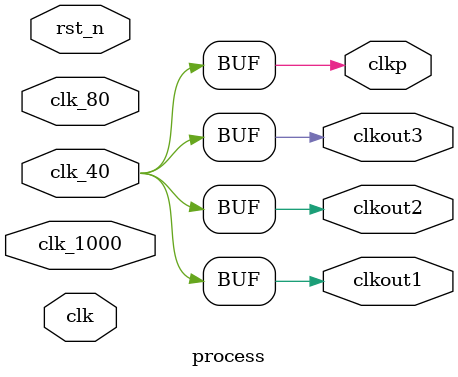
<source format=v>
/*
	by:dan
	func:3个tag 每个工作50ms 
*/
module process (	clk,rst_n,clk_1000,clk_40,clk_80,clkout1,clkout2,clkout3,clkp);
		input 	clk,clk_1000,clk_40,clk_80,rst_n;                       //输入信号，其中clk连接到FPGA的C1脚，频率为12MHz
      output	clkout1,clkout2,clkout3,clkp; 

 //parameter是verilog里常数语句
	parameter	WIDTH	= 20;             //计数器的位数，计数的最大值为 2**WIDTH-1
	parameter	N	= 2000;             //分频系数，请确保 N < 2**WIDTH-1，否则计数会溢出
 
	reg 	[WIDTH-1:0]	cnt_p,cnt_n;     //cnt_p为上升沿触发时的计数器，cnt_n为下降沿触发时的计数器
	reg   [4:0] cnt_a;
	reg			clk_p,clk_n;     //clk_p为上升沿触发时分频时钟，clk_n为下降沿触发时分频时钟
	reg	out1,out2,out3;
	//上升沿触发时计数器的控制
	always @ (posedge clk_1000 or negedge rst_n )         //posedge和negedge是verilog表示信号上升沿和下降沿
                                                         //当clk上升沿来临或者rst_n变低的时候执行一次always里的语句
		begin
			if(!rst_n)
				cnt_p<=0;
			else if (cnt_p==(N-1))
				cnt_p<=0;
			else cnt_p<=cnt_p+1;             //计数器一直计数，当计数到N-1的时候清零，这是一个模N的计数器
		end
 
    //上升沿触发的分频时钟输出,如果N为奇数得到的时钟占空比不是50%；如果N为偶数得到的时钟占空比为50%
    always @ (posedge clk_1000 or negedge rst_n)
		begin
			if(!rst_n)
				clk_p<=0;
			else if (cnt_p<(N>>1))          //N>>1表示右移一位，相当于除以2去掉余数
				clk_p<=0;
			else 
				clk_p<=1;               //得到的分频时钟正周期比负周期多一个clk时钟
		end
   //每2ms进行一次计数
 	always @ (posedge clk_p or negedge rst_n)
		begin
			if(!rst_n)
				begin
					cnt_n<=0;
					cnt_a<=0;
				end
			else if(cnt_n<26)
				begin
					cnt_n<=cnt_n+1;
					if(cnt_n==25)
						begin
							cnt_a<=cnt_a+1;
							cnt_n<=0;
						end
					if(cnt_a==4)
						cnt_n<=0;
				end
		end
		
//	always @ (posedge clk or negedge rst_n)
//		begin
//			if(!rst_n)
//				out1<=0;
//			else if(clk_p==1)
//				out1<=1;
//			else if(clk_p==0)
//				out1<=0;
//		end
//		
//	always @ (posedge clk or negedge rst_n)
//		begin
//			if(!rst_n)
//				out2<=0;
//			else if(clk_p==1)
//				out2<=1;
//			else if(clk_p==0)
//				out2<=0;
//		end
 
//assign clkout1 = (cnt_a==0)?(cnt_n==0?clk_40:0):(cnt_n==0?clk_80:0);      //条件判断表达式
//assign clkout2 = (cnt_a==0)?(cnt_n==1?clk_40:0):(cnt_n==1?clk_80:0);      //条件判断表达式
//assign clkout3 = (cnt_a==0)?(cnt_n==2?clk_40:0):(cnt_n==2?clk_80:0);      //条件判断表达式

//assign clkout1 = cnt_a==1?clk_80:0;      //条件判断表达式
//assign clkout2 = cnt_a==2?clk_80:0;      //条件判断表达式
//assign clkout3 = cnt_a==3?clk_80:0;      //条件判断表达式

assign clkout1 = clk_40;      //条件判断表达式
assign clkout2 = clk_40;      //条件判断表达式
assign clkout3 = clk_40;      //条件判断表达式
assign clkp = clk_40;
                                                                    //当N=1时，直接输出clk
                                                                    //当N为偶数也就是N的最低位为0，N（0）=0，输出clk_p
                                                                    //当N为奇数也就是N最低位为1，N（0）=1，输出clk_p&clk_n。正周期多所以是相与


endmodule

</source>
